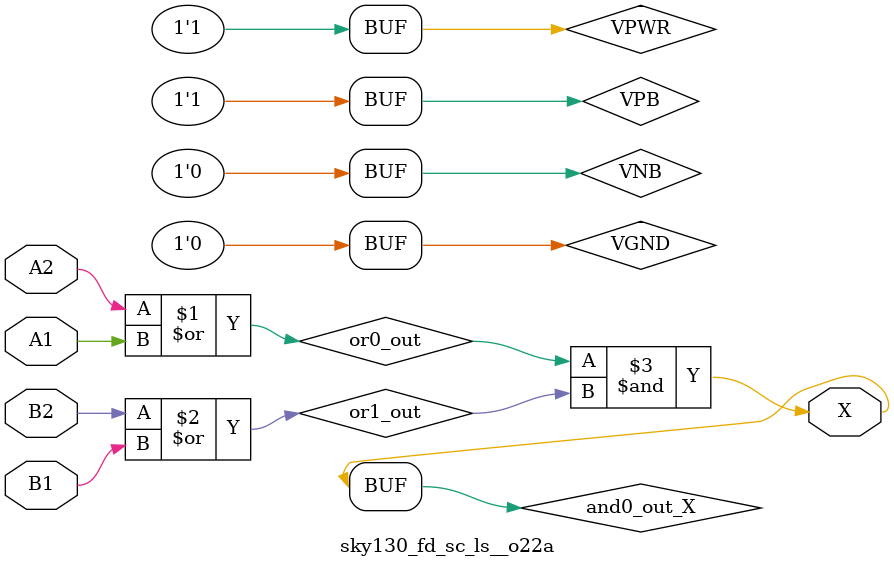
<source format=v>
/*
 * Copyright 2020 The SkyWater PDK Authors
 *
 * Licensed under the Apache License, Version 2.0 (the "License");
 * you may not use this file except in compliance with the License.
 * You may obtain a copy of the License at
 *
 *     https://www.apache.org/licenses/LICENSE-2.0
 *
 * Unless required by applicable law or agreed to in writing, software
 * distributed under the License is distributed on an "AS IS" BASIS,
 * WITHOUT WARRANTIES OR CONDITIONS OF ANY KIND, either express or implied.
 * See the License for the specific language governing permissions and
 * limitations under the License.
 *
 * SPDX-License-Identifier: Apache-2.0
*/


`ifndef SKY130_FD_SC_LS__O22A_TIMING_V
`define SKY130_FD_SC_LS__O22A_TIMING_V

/**
 * o22a: 2-input OR into both inputs of 2-input AND.
 *
 *       X = ((A1 | A2) & (B1 | B2))
 *
 * Verilog simulation timing model.
 */

`timescale 1ns / 1ps
`default_nettype none

`celldefine
module sky130_fd_sc_ls__o22a (
    X ,
    A1,
    A2,
    B1,
    B2
);

    // Module ports
    output X ;
    input  A1;
    input  A2;
    input  B1;
    input  B2;

    // Module supplies
    supply1 VPWR;
    supply0 VGND;
    supply1 VPB ;
    supply0 VNB ;

    // Local signals
    wire or0_out   ;
    wire or1_out   ;
    wire and0_out_X;

    //  Name  Output      Other arguments
    or  or0  (or0_out   , A2, A1          );
    or  or1  (or1_out   , B2, B1          );
    and and0 (and0_out_X, or0_out, or1_out);
    buf buf0 (X         , and0_out_X      );

endmodule
`endcelldefine

`default_nettype wire
`endif  // SKY130_FD_SC_LS__O22A_TIMING_V

</source>
